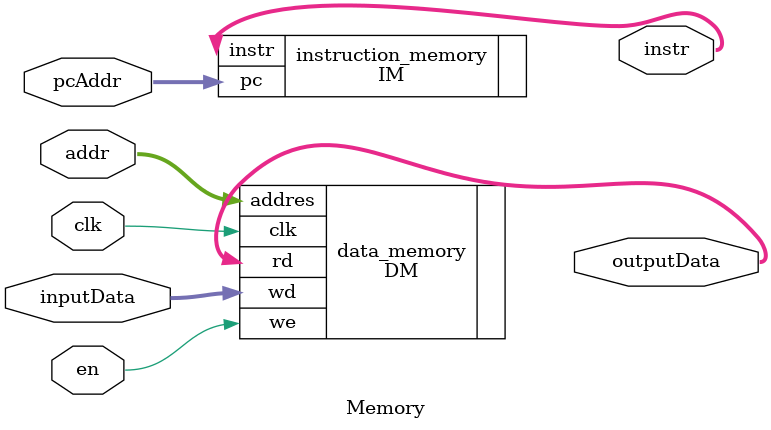
<source format=v>
`include "./memory/DM.v"
`include "./memory/IM.v"

module Memory (
    input wire clk,
    input wire en,
    input wire [15:0] addr,
    input wire [31:0] inputData,
    input wire [15:0] pcAddr,

    output wire [31:0] instr,
    output wire [31:0] outputData
);

    DM data_memory (
        .clk(clk), 
        .we(en),
        .addres(addr),
        .wd(inputData),
        .rd(outputData)
    );

    IM instruction_memory (
        .pc(pcAddr),
        .instr(instr)
    );
    
endmodule
</source>
